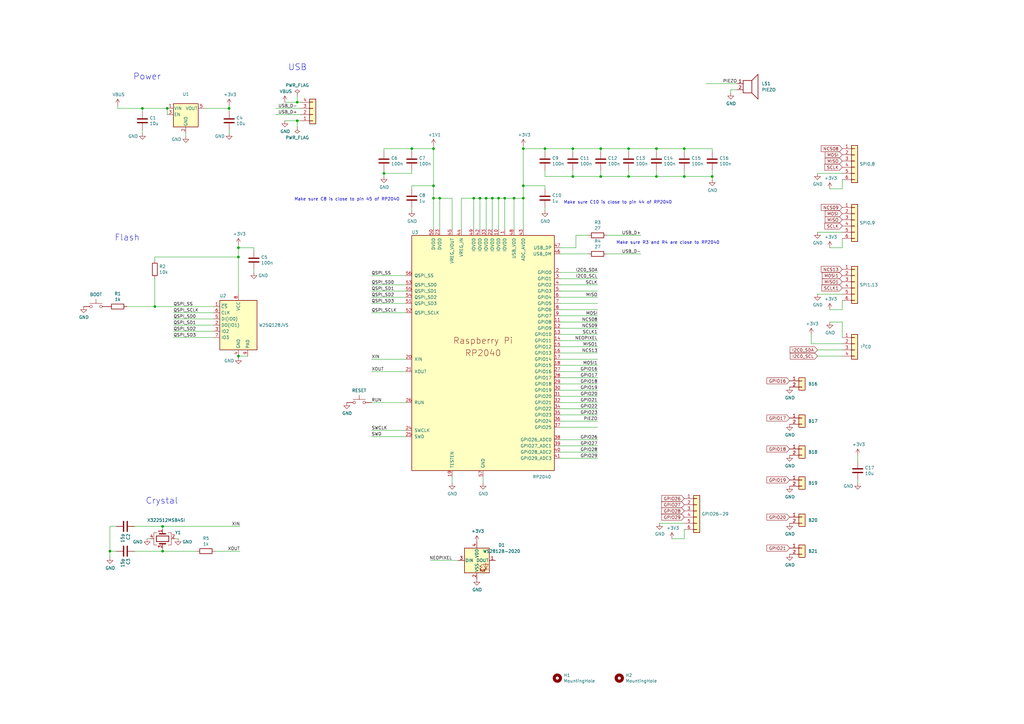
<source format=kicad_sch>
(kicad_sch (version 20231120) (generator "eeschema") (generator_version "8.0")
  (paper "A3")
  (title_block (title "RP2040 Minimal Design Example") (date "2024-01-16") (rev "REV2") (company "Raspberry Pi Ltd"))
  (lib_symbols
    (symbol "Connector_Generic:Conn_01x02" (pin_names (offset 1.016) hide)
      (property "Reference" "J" (at 0 2.54 0))
      (property "Value" "Conn_01x02" (at 0 -5.08 0))
      (symbol "Conn_01x02_1_1"
        (pin passive line (at -5.08 0 0) (length 3.81) (name "Pin_1") (number "1"))
        (pin passive line (at -5.08 -2.54 0) (length 3.81) (name "Pin_2") (number "2"))
      )
    )
    (symbol "Connector_Generic:Conn_01x04" (pin_names (offset 1.016) hide)
      (property "Reference" "J" (at 0 5.08 0))
      (property "Value" "Conn_01x04" (at 0 -7.62 0))
      (symbol "Conn_01x04_1_1"
        (pin passive line (at -5.08 2.54 0) (length 3.81) (name "Pin_1") (number "1"))
        (pin passive line (at -5.08 0 0) (length 3.81) (name "Pin_2") (number "2"))
        (pin passive line (at -5.08 -2.54 0) (length 3.81) (name "Pin_3") (number "3"))
        (pin passive line (at -5.08 -5.08 0) (length 3.81) (name "Pin_4") (number "4"))
      )
    )
    (symbol "Connector_Generic:Conn_01x06" (pin_names (offset 1.016) hide)
      (property "Reference" "J" (at 0 7.62 0))
      (property "Value" "Conn_01x06" (at 0 -10.16 0))
      (symbol "Conn_01x06_1_1"
        (pin passive line (at -5.08 5.08 0) (length 3.81) (name "Pin_1") (number "1"))
        (pin passive line (at -5.08 2.54 0) (length 3.81) (name "Pin_2") (number "2"))
        (pin passive line (at -5.08 0 0) (length 3.81) (name "Pin_3") (number "3"))
        (pin passive line (at -5.08 -2.54 0) (length 3.81) (name "Pin_4") (number "4"))
        (pin passive line (at -5.08 -5.08 0) (length 3.81) (name "Pin_5") (number "5"))
        (pin passive line (at -5.08 -7.62 0) (length 3.81) (name "Pin_6") (number "6"))
      )
    )
    (symbol "Device:C" (pin_numbers hide) (pin_names (offset 0.254))
      (property "Reference" "C" (at 0.635 2.54 0))
      (property "Value" "C" (at 0.635 -2.54 0))
      (symbol "C_1_1"
        (pin passive line (at 0 3.81 270) (length 2.794) (name "~") (number "1"))
        (pin passive line (at 0 -3.81 90) (length 2.794) (name "~") (number "2"))
      )
    )
    (symbol "Device:Crystal_GND24" (pin_names (offset 1.016) hide)
      (property "Reference" "Y" (at 3.175 5.08 0))
      (property "Value" "Crystal_GND24" (at 3.175 3.175 0))
      (symbol "Crystal_GND24_1_1"
        (pin passive line (at -3.81 0 0) (length 1.27) (name "1") (number "1"))
        (pin passive line (at 0 5.08 270) (length 1.27) (name "2") (number "2"))
        (pin passive line (at 3.81 0 180) (length 1.27) (name "3") (number "3"))
        (pin passive line (at 0 -5.08 90) (length 1.27) (name "4") (number "4"))
      )
    )
    (symbol "Device:R" (pin_numbers hide) (pin_names (offset 0))
      (property "Reference" "R" (at 2.032 0 90))
      (property "Value" "R" (at 0 0 90))
      (symbol "R_1_1"
        (pin passive line (at 0 3.81 270) (length 1.27) (name "~") (number "1"))
        (pin passive line (at 0 -3.81 90) (length 1.27) (name "~") (number "2"))
      )
    )
    (symbol "Device:Speaker" (pin_names (offset 0) hide)
      (property "Reference" "LS" (at 1.27 5.715 0))
      (property "Value" "Speaker" (at 1.27 3.81 0))
      (symbol "Speaker_1_1"
        (pin input line (at -5.08 0 0) (length 2.54) (name "1") (number "1"))
        (pin input line (at -5.08 -2.54 0) (length 2.54) (name "2") (number "2"))
      )
    )
    (symbol "LED:WS2812B-2020" (pin_names (offset 0.254))
      (property "Reference" "D" (at 5.08 5.715 0))
      (property "Value" "WS2812B-2020" (at 1.27 -5.715 0))
      (symbol "WS2812B-2020_0_0"
        (text "RGB" (at 2.286 -4.191 0) (effects (font (size 0.762 0.762))))
      )
      (symbol "WS2812B-2020_1_1"
        (pin output line (at 7.62 0 180) (length 2.54) (name "DOUT") (number "1"))
        (pin power_in line (at 0 -7.62 90) (length 2.54) (name "VSS") (number "2"))
        (pin input line (at -7.62 0 0) (length 2.54) (name "DIN") (number "3"))
        (pin power_in line (at 0 7.62 270) (length 2.54) (name "VDD") (number "4"))
      )
    )
    (symbol "MCU_RaspberryPi_RP2040:RP2040" (pin_names (offset 1.016))
      (property "Reference" "U" (at -29.21 49.53 0))
      (property "Value" "RP2040" (at 24.13 -49.53 0))
      (symbol "RP2040_0_0"
        (text "Raspberry Pi" (at 0 5.08 0) (effects (font (size 2.54 2.54))))
        (text "RP2040" (at 0 0 0) (effects (font (size 2.54 2.54))))
      )
      (symbol "RP2040_1_1"
        (pin power_in line (at 8.89 50.8 270) (length 2.54) (name "IOVDD") (number "1"))
        (pin power_in line (at 6.35 50.8 270) (length 2.54) (name "IOVDD") (number "10"))
        (pin bidirectional line (at 31.75 12.7 180) (length 2.54) (name "GPIO8") (number "11"))
        (pin bidirectional line (at 31.75 10.16 180) (length 2.54) (name "GPIO9") (number "12"))
        (pin bidirectional line (at 31.75 7.62 180) (length 2.54) (name "GPIO10") (number "13"))
        (pin bidirectional line (at 31.75 5.08 180) (length 2.54) (name "GPIO11") (number "14"))
        (pin bidirectional line (at 31.75 2.54 180) (length 2.54) (name "GPIO12") (number "15"))
        (pin bidirectional line (at 31.75 0 180) (length 2.54) (name "GPIO13") (number "16"))
        (pin bidirectional line (at 31.75 -2.54 180) (length 2.54) (name "GPIO14") (number "17"))
        (pin bidirectional line (at 31.75 -5.08 180) (length 2.54) (name "GPIO15") (number "18"))
        (pin passive line (at -12.7 -50.8 90) (length 2.54) (name "TESTEN") (number "19"))
        (pin bidirectional line (at 31.75 33.02 180) (length 2.54) (name "GPIO0") (number "2"))
        (pin input line (at -31.75 -2.54 0) (length 2.54) (name "XIN") (number "20"))
        (pin passive line (at -31.75 -7.62 0) (length 2.54) (name "XOUT") (number "21"))
        (pin power_in line (at 3.81 50.8 270) (length 2.54) (name "IOVDD") (number "22"))
        (pin power_in line (at -17.78 50.8 270) (length 2.54) (name "DVDD") (number "23"))
        (pin output line (at -31.75 -31.75 0) (length 2.54) (name "SWCLK") (number "24"))
        (pin bidirectional line (at -31.75 -34.29 0) (length 2.54) (name "SWD") (number "25"))
        (pin input line (at -31.75 -20.32 0) (length 2.54) (name "RUN") (number "26"))
        (pin bidirectional line (at 31.75 -7.62 180) (length 2.54) (name "GPIO16") (number "27"))
        (pin bidirectional line (at 31.75 -10.16 180) (length 2.54) (name "GPIO17") (number "28"))
        (pin bidirectional line (at 31.75 -12.7 180) (length 2.54) (name "GPIO18") (number "29"))
        (pin bidirectional line (at 31.75 30.48 180) (length 2.54) (name "GPIO1") (number "3"))
        (pin bidirectional line (at 31.75 -15.24 180) (length 2.54) (name "GPIO19") (number "30"))
        (pin bidirectional line (at 31.75 -17.78 180) (length 2.54) (name "GPIO20") (number "31"))
        (pin bidirectional line (at 31.75 -20.32 180) (length 2.54) (name "GPIO21") (number "32"))
        (pin power_in line (at 1.27 50.8 270) (length 2.54) (name "IOVDD") (number "33"))
        (pin bidirectional line (at 31.75 -22.86 180) (length 2.54) (name "GPIO22") (number "34"))
        (pin bidirectional line (at 31.75 -25.4 180) (length 2.54) (name "GPIO23") (number "35"))
        (pin bidirectional line (at 31.75 -27.94 180) (length 2.54) (name "GPIO24") (number "36"))
        (pin bidirectional line (at 31.75 -30.48 180) (length 2.54) (name "GPIO25") (number "37"))
        (pin bidirectional line (at 31.75 -35.56 180) (length 2.54) (name "GPIO26_ADC0") (number "38"))
        (pin bidirectional line (at 31.75 -38.1 180) (length 2.54) (name "GPIO27_ADC1") (number "39"))
        (pin bidirectional line (at 31.75 27.94 180) (length 2.54) (name "GPIO2") (number "4"))
        (pin bidirectional line (at 31.75 -40.64 180) (length 2.54) (name "GPIO28_ADC2") (number "40"))
        (pin bidirectional line (at 31.75 -43.18 180) (length 2.54) (name "GPIO29_ADC3") (number "41"))
        (pin power_in line (at -1.27 50.8 270) (length 2.54) (name "IOVDD") (number "42"))
        (pin power_in line (at 16.51 50.8 270) (length 2.54) (name "ADC_AVDD") (number "43"))
        (pin power_in line (at -8.89 50.8 270) (length 2.54) (name "VREG_IN") (number "44"))
        (pin power_out line (at -12.7 50.8 270) (length 2.54) (name "VREG_VOUT") (number "45"))
        (pin bidirectional line (at 31.75 40.64 180) (length 2.54) (name "USB_DM") (number "46"))
        (pin bidirectional line (at 31.75 43.18 180) (length 2.54) (name "USB_DP") (number "47"))
        (pin power_in line (at 12.7 50.8 270) (length 2.54) (name "USB_VDD") (number "48"))
        (pin power_in line (at -3.81 50.8 270) (length 2.54) (name "IOVDD") (number "49"))
        (pin bidirectional line (at 31.75 25.4 180) (length 2.54) (name "GPIO3") (number "5"))
        (pin power_in line (at -20.32 50.8 270) (length 2.54) (name "DVDD") (number "50"))
        (pin bidirectional line (at -31.75 20.32 0) (length 2.54) (name "QSPI_SD3") (number "51"))
        (pin output line (at -31.75 16.51 0) (length 2.54) (name "QSPI_SCLK") (number "52"))
        (pin bidirectional line (at -31.75 27.94 0) (length 2.54) (name "QSPI_SD0") (number "53"))
        (pin bidirectional line (at -31.75 22.86 0) (length 2.54) (name "QSPI_SD2") (number "54"))
        (pin bidirectional line (at -31.75 25.4 0) (length 2.54) (name "QSPI_SD1") (number "55"))
        (pin bidirectional line (at -31.75 31.75 0) (length 2.54) (name "QSPI_SS") (number "56"))
        (pin power_in line (at 0 -50.8 90) (length 2.54) (name "GND") (number "57"))
        (pin bidirectional line (at 31.75 22.86 180) (length 2.54) (name "GPIO4") (number "6"))
        (pin bidirectional line (at 31.75 20.32 180) (length 2.54) (name "GPIO5") (number "7"))
        (pin bidirectional line (at 31.75 17.78 180) (length 2.54) (name "GPIO6") (number "8"))
        (pin bidirectional line (at 31.75 15.24 180) (length 2.54) (name "GPIO7") (number "9"))
      )
    )
    (symbol "Mechanical:MountingHole" (pin_names (offset 1.016)) (exclude_from_sim yes) (in_bom no)
      (property "Reference" "H" (at 0 5.08 0))
      (property "Value" "MountingHole" (at 0 3.175 0))
    )
    (symbol "Memory_Flash:W25Q128JVP"
      (property "Reference" "U2" (at -6.35 12.065 0))
      (property "Value" "W25Q128JVS" (at 8.89 -12.065 0))
      (symbol "W25Q128JVP_1_1"
        (pin input line (at -10.16 7.62 0) (length 2.54) (name "~{CS}") (number "1"))
        (pin bidirectional line (at -10.16 0 0) (length 2.54) (name "DO(IO1)") (number "2"))
        (pin bidirectional line (at -10.16 -2.54 0) (length 2.54) (name "IO2") (number "3"))
        (pin power_in line (at 0 -12.7 90) (length 2.54) (name "GND") (number "4"))
        (pin bidirectional line (at -10.16 2.54 0) (length 2.54) (name "DI(IO0)") (number "5"))
        (pin input line (at -10.16 5.08 0) (length 2.54) (name "CLK") (number "6"))
        (pin bidirectional line (at -10.16 -5.08 0) (length 2.54) (name "IO3") (number "7"))
        (pin power_in line (at 0 12.7 270) (length 2.54) (name "VCC") (number "8"))
        (pin power_in line (at 3.81 -12.7 90) (length 2.54) (name "PAD") (number "9"))
      )
    )
    (symbol "PMW3360-rescue:+3V3-power" (power) (pin_names (offset 0))
      (property "Value" "power_+3V3" (at 0 3.556 0))
      (symbol "+3V3-power_1_1"
        (pin power_in line (at 0 0 90) (length 0) hide (name "+3V3") (number "1"))
      )
    )
    (symbol "PMW3360-rescue:GND-power" (power) (pin_names (offset 0))
      (property "Value" "power_GND" (at 0 -3.81 0))
      (symbol "GND-power_1_1"
        (pin power_in line (at 0 0 270) (length 0) hide (name "GND") (number "1"))
      )
    )
    (symbol "Regulator_Linear:AP2112K-3.3" (pin_names (offset 0.254))
      (property "Reference" "U" (at -5.08 5.715 0))
      (property "Value" "AP2112K-3.3" (at 0 5.715 0))
      (symbol "AP2112K-3.3_1_1"
        (pin power_in line (at -7.62 2.54 0) (length 2.54) (name "VIN") (number "1"))
        (pin power_in line (at 0 -7.62 90) (length 2.54) (name "GND") (number "2"))
        (pin input line (at -7.62 0 0) (length 2.54) (name "EN") (number "3"))
        (pin no_connect line (at 5.08 0 180) (length 2.54) hide (name "NC") (number "4"))
        (pin power_out line (at 7.62 2.54 180) (length 2.54) (name "VOUT") (number "5"))
      )
    )
    (symbol "Switch:SW_Push" (pin_numbers hide) (pin_names (offset 1.016) hide)
      (property "Reference" "SW" (at 1.27 2.54 0))
      (property "Value" "SW_Push" (at 0 -1.524 0))
      (symbol "SW_Push_0_1"
        (pin passive line (at -5.08 0 0) (length 2.54) (name "1") (number "1"))
        (pin passive line (at 5.08 0 180) (length 2.54) (name "2") (number "2"))
      )
    )
    (symbol "Trackball-rescue:+5V-power" (power) (pin_names (offset 0))
      (property "Value" "power_+5V" (at 0 3.556 0))
      (symbol "+5V-power_1_1"
        (pin power_in line (at 0 0 90) (length 0) hide (name "+5V") (number "1"))
      )
    )
    (symbol "Trackball-rescue:GND-power" (power) (pin_names (offset 0))
      (property "Value" "power_GND" (at 0 -3.81 0))
      (symbol "GND-power_1_1"
        (pin power_in line (at 0 0 270) (length 0) hide (name "GND") (number "1"))
      )
    )
    (symbol "Trackball-rescue:PWR_FLAG-power" (power) (pin_numbers hide) (pin_names (offset 0) hide)
      (property "Value" "power_PWR_FLAG" (at 0 3.81 0))
      (symbol "PWR_FLAG-power_0_0"
        (pin power_out line (at 0 0 90) (length 0) (name "pwr") (number "1"))
      )
    )
    (symbol "power:+1V1" (power) (pin_names (offset 0))
      (property "Value" "+1V1" (at 0 3.556 0))
      (symbol "+1V1_1_1"
        (pin power_in line (at 0 0 90) (length 0) hide (name "+1V1") (number "1"))
      )
    )
    (symbol "power:+3V3" (power) (pin_names (offset 0))
      (property "Value" "+3V3" (at 0 3.556 0))
      (symbol "+3V3_1_1"
        (pin power_in line (at 0 0 90) (length 0) hide (name "+3V3") (number "1"))
      )
    )
    (symbol "power:GND" (power) (pin_names (offset 0))
      (property "Value" "GND" (at 0 -3.81 0))
      (symbol "GND_1_1"
        (pin power_in line (at 0 0 270) (length 0) hide (name "GND") (number "1"))
      )
    )
    (symbol "power:VBUS" (power) (pin_names (offset 0))
      (property "Value" "VBUS" (at 0 3.81 0))
      (symbol "VBUS_1_1"
        (pin power_in line (at 0 0 90) (length 0) hide (name "VBUS") (number "1"))
      )
    )
  )
  (junction (at 201.93 81.28))
  (junction (at 199.39 81.28))
  (junction (at 121.92 49.53))
  (junction (at 97.79 105.41))
  (junction (at 177.8 76.2))
  (junction (at 214.63 76.2))
  (junction (at 168.91 60.96))
  (junction (at 45.085 226.06))
  (junction (at 223.52 60.96))
  (junction (at 246.38 72.39))
  (junction (at 257.81 60.96))
  (junction (at 97.79 146.05))
  (junction (at 66.675 215.9))
  (junction (at 246.38 60.96))
  (junction (at 177.8 81.28))
  (junction (at 180.34 81.28))
  (junction (at 204.47 81.28))
  (junction (at 157.48 71.12))
  (junction (at 93.98 44.45))
  (junction (at 68.58 44.45))
  (junction (at 280.67 60.96))
  (junction (at 292.1 72.39))
  (junction (at 66.675 226.06))
  (junction (at 257.81 72.39))
  (junction (at 97.79 101.6))
  (junction (at 177.8 60.96))
  (junction (at 234.95 72.39))
  (junction (at 269.24 72.39))
  (junction (at 207.01 81.28))
  (junction (at 214.63 81.28))
  (junction (at 63.5 125.73))
  (junction (at 121.92 41.91))
  (junction (at 58.42 44.45))
  (junction (at 196.85 81.28))
  (junction (at 214.63 60.96))
  (junction (at 194.31 81.28))
  (junction (at 269.24 60.96))
  (junction (at 280.67 72.39))
  (junction (at 210.82 81.28))
  (junction (at 234.95 60.96))
  (wire (pts (xy 177.8 81.28) (xy 177.8 93.98)))
  (wire (pts (xy 229.87 137.16) (xy 245.11 137.16)))
  (wire (pts (xy 97.79 146.05) (xy 101.6 146.05)))
  (wire (pts (xy 157.48 71.12) (xy 168.91 71.12)))
  (wire (pts (xy 289.56 34.29) (xy 302.26 34.29)))
  (wire (pts (xy 236.22 96.52) (xy 236.22 101.6)))
  (wire (pts (xy 332.74 140.97) (xy 345.44 140.97)))
  (wire (pts (xy 48.26 44.45) (xy 58.42 44.45)))
  (wire (pts (xy 246.38 60.96) (xy 257.81 60.96)))
  (wire (pts (xy 113.03 44.45) (xy 123.19 44.45)))
  (wire (pts (xy 207.01 81.28) (xy 210.82 81.28)))
  (wire (pts (xy 351.79 196.85) (xy 351.79 198.12)))
  (wire (pts (xy 87.63 138.43) (xy 71.12 138.43)))
  (wire (pts (xy 246.38 62.23) (xy 246.38 60.96)))
  (wire (pts (xy 177.8 59.69) (xy 177.8 60.96)))
  (wire (pts (xy 229.87 149.86) (xy 245.11 149.86)))
  (wire (pts (xy 176.53 229.87) (xy 187.96 229.87)))
  (wire (pts (xy 97.79 101.6) (xy 97.79 105.41)))
  (wire (pts (xy 58.42 53.34) (xy 58.42 54.61)))
  (wire (pts (xy 229.87 175.26) (xy 245.11 175.26)))
  (wire (pts (xy 194.31 81.28) (xy 196.85 81.28)))
  (wire (pts (xy 229.87 170.18) (xy 245.11 170.18)))
  (wire (pts (xy 48.26 43.18) (xy 48.26 44.45)))
  (wire (pts (xy 229.87 104.14) (xy 241.3 104.14)))
  (wire (pts (xy 121.92 41.91) (xy 123.19 41.91)))
  (wire (pts (xy 229.87 111.76) (xy 245.11 111.76)))
  (wire (pts (xy 71.12 128.27) (xy 87.63 128.27)))
  (wire (pts (xy 97.79 100.33) (xy 97.79 101.6)))
  (wire (pts (xy 248.92 96.52) (xy 262.89 96.52)))
  (wire (pts (xy 185.42 93.98) (xy 185.42 81.28)))
  (wire (pts (xy 246.38 69.85) (xy 246.38 72.39)))
  (wire (pts (xy 229.87 116.84) (xy 245.11 116.84)))
  (wire (pts (xy 58.42 45.72) (xy 58.42 44.45)))
  (wire (pts (xy 177.8 76.2) (xy 177.8 81.28)))
  (wire (pts (xy 60.325 220.98) (xy 61.595 220.98)))
  (wire (pts (xy 189.23 81.28) (xy 194.31 81.28)))
  (wire (pts (xy 280.67 217.17) (xy 280.67 220.98)))
  (wire (pts (xy 157.48 60.96) (xy 168.91 60.96)))
  (wire (pts (xy 229.87 185.42) (xy 245.11 185.42)))
  (wire (pts (xy 63.5 114.3) (xy 63.5 125.73)))
  (wire (pts (xy 121.92 39.37) (xy 121.92 41.91)))
  (wire (pts (xy 157.48 69.85) (xy 157.48 71.12)))
  (wire (pts (xy 345.44 97.79) (xy 345.44 101.6)))
  (wire (pts (xy 71.755 220.98) (xy 73.025 220.98)))
  (wire (pts (xy 152.4 124.46) (xy 166.37 124.46)))
  (wire (pts (xy 55.245 215.9) (xy 66.675 215.9)))
  (wire (pts (xy 335.28 71.12) (xy 345.44 71.12)))
  (wire (pts (xy 93.98 45.72) (xy 93.98 44.45)))
  (wire (pts (xy 214.63 81.28) (xy 214.63 93.98)))
  (wire (pts (xy 168.91 60.96) (xy 177.8 60.96)))
  (wire (pts (xy 345.44 132.08) (xy 340.36 132.08)))
  (wire (pts (xy 214.63 76.2) (xy 223.52 76.2)))
  (wire (pts (xy 97.79 146.685) (xy 97.79 146.05)))
  (wire (pts (xy 340.36 101.6) (xy 345.44 101.6)))
  (wire (pts (xy 335.28 146.05) (xy 345.44 146.05)))
  (wire (pts (xy 199.39 93.98) (xy 199.39 81.28)))
  (wire (pts (xy 177.8 60.96) (xy 177.8 76.2)))
  (wire (pts (xy 210.82 81.28) (xy 214.63 81.28)))
  (wire (pts (xy 152.4 119.38) (xy 166.37 119.38)))
  (wire (pts (xy 166.37 165.1) (xy 152.4 165.1)))
  (wire (pts (xy 68.58 44.45) (xy 68.58 46.99)))
  (wire (pts (xy 269.24 62.23) (xy 269.24 60.96)))
  (wire (pts (xy 196.85 81.28) (xy 199.39 81.28)))
  (wire (pts (xy 87.63 133.35) (xy 71.12 133.35)))
  (wire (pts (xy 332.74 140.97) (xy 332.74 137.16)))
  (wire (pts (xy 223.52 62.23) (xy 223.52 60.96)))
  (wire (pts (xy 340.36 77.47) (xy 345.44 77.47)))
  (wire (pts (xy 214.63 60.96) (xy 223.52 60.96)))
  (wire (pts (xy 104.14 101.6) (xy 97.79 101.6)))
  (wire (pts (xy 121.92 49.53) (xy 123.19 49.53)))
  (wire (pts (xy 207.01 81.28) (xy 207.01 93.98)))
  (wire (pts (xy 196.85 93.98) (xy 196.85 81.28)))
  (wire (pts (xy 66.675 224.79) (xy 66.675 226.06)))
  (wire (pts (xy 45.085 226.06) (xy 45.085 228.6)))
  (wire (pts (xy 229.87 101.6) (xy 236.22 101.6)))
  (wire (pts (xy 275.59 220.98) (xy 280.67 220.98)))
  (wire (pts (xy 214.63 60.96) (xy 214.63 76.2)))
  (wire (pts (xy 76.2 54.61) (xy 76.2 55.88)))
  (wire (pts (xy 166.37 152.4) (xy 152.4 152.4)))
  (wire (pts (xy 166.37 113.03) (xy 152.4 113.03)))
  (wire (pts (xy 269.24 60.96) (xy 280.67 60.96)))
  (wire (pts (xy 292.1 69.85) (xy 292.1 72.39)))
  (wire (pts (xy 88.265 226.06) (xy 98.425 226.06)))
  (wire (pts (xy 340.36 127) (xy 345.44 127)))
  (wire (pts (xy 83.82 44.45) (xy 93.98 44.45)))
  (wire (pts (xy 229.87 147.32) (xy 245.11 147.32)))
  (wire (pts (xy 229.87 127) (xy 245.11 127)))
  (wire (pts (xy 168.91 71.12) (xy 168.91 69.85)))
  (wire (pts (xy 234.95 62.23) (xy 234.95 60.96)))
  (wire (pts (xy 234.95 72.39) (xy 223.52 72.39)))
  (wire (pts (xy 229.87 180.34) (xy 245.11 180.34)))
  (wire (pts (xy 214.63 76.2) (xy 214.63 81.28)))
  (wire (pts (xy 214.63 59.69) (xy 214.63 60.96)))
  (wire (pts (xy 302.26 36.83) (xy 299.72 36.83)))
  (wire (pts (xy 229.87 129.54) (xy 245.11 129.54)))
  (wire (pts (xy 168.91 77.47) (xy 168.91 76.2)))
  (wire (pts (xy 87.63 135.89) (xy 71.12 135.89)))
  (wire (pts (xy 234.95 60.96) (xy 246.38 60.96)))
  (wire (pts (xy 52.07 125.73) (xy 63.5 125.73)))
  (wire (pts (xy 229.87 187.96) (xy 245.11 187.96)))
  (wire (pts (xy 335.28 143.51) (xy 345.44 143.51)))
  (wire (pts (xy 234.95 69.85) (xy 234.95 72.39)))
  (wire (pts (xy 180.34 93.98) (xy 180.34 81.28)))
  (wire (pts (xy 280.67 72.39) (xy 292.1 72.39)))
  (wire (pts (xy 116.84 49.53) (xy 121.92 49.53)))
  (wire (pts (xy 68.58 44.45) (xy 58.42 44.45)))
  (wire (pts (xy 269.24 69.85) (xy 269.24 72.39)))
  (wire (pts (xy 223.52 60.96) (xy 234.95 60.96)))
  (wire (pts (xy 223.52 85.09) (xy 223.52 86.36)))
  (wire (pts (xy 229.87 132.08) (xy 245.11 132.08)))
  (wire (pts (xy 204.47 93.98) (xy 204.47 81.28)))
  (wire (pts (xy 55.245 226.06) (xy 66.675 226.06)))
  (wire (pts (xy 47.625 226.06) (xy 45.085 226.06)))
  (wire (pts (xy 66.675 226.06) (xy 80.645 226.06)))
  (wire (pts (xy 229.87 119.38) (xy 245.11 119.38)))
  (wire (pts (xy 292.1 62.23) (xy 292.1 60.96)))
  (wire (pts (xy 166.37 179.07) (xy 152.4 179.07)))
  (wire (pts (xy 199.39 81.28) (xy 201.93 81.28)))
  (wire (pts (xy 292.1 72.39) (xy 292.1 73.66)))
  (wire (pts (xy 351.79 186.69) (xy 351.79 189.23)))
  (wire (pts (xy 229.87 157.48) (xy 245.11 157.48)))
  (wire (pts (xy 166.37 128.27) (xy 152.4 128.27)))
  (wire (pts (xy 113.03 46.99) (xy 123.19 46.99)))
  (wire (pts (xy 198.12 195.58) (xy 198.12 198.12)))
  (wire (pts (xy 345.44 138.43) (xy 345.44 132.08)))
  (wire (pts (xy 168.91 76.2) (xy 177.8 76.2)))
  (wire (pts (xy 229.87 154.94) (xy 245.11 154.94)))
  (wire (pts (xy 87.63 130.81) (xy 71.12 130.81)))
  (wire (pts (xy 246.38 72.39) (xy 234.95 72.39)))
  (wire (pts (xy 223.52 69.85) (xy 223.52 72.39)))
  (wire (pts (xy 185.42 195.58) (xy 185.42 198.12)))
  (wire (pts (xy 229.87 160.02) (xy 245.11 160.02)))
  (wire (pts (xy 47.625 215.9) (xy 45.085 215.9)))
  (wire (pts (xy 229.87 139.7) (xy 245.11 139.7)))
  (wire (pts (xy 229.87 165.1) (xy 245.11 165.1)))
  (wire (pts (xy 180.34 81.28) (xy 177.8 81.28)))
  (wire (pts (xy 248.92 104.14) (xy 262.89 104.14)))
  (wire (pts (xy 229.87 144.78) (xy 245.11 144.78)))
  (wire (pts (xy 280.67 72.39) (xy 269.24 72.39)))
  (wire (pts (xy 270.51 214.63) (xy 280.67 214.63)))
  (wire (pts (xy 45.085 215.9) (xy 45.085 226.06)))
  (wire (pts (xy 66.675 217.17) (xy 66.675 215.9)))
  (wire (pts (xy 152.4 116.84) (xy 166.37 116.84)))
  (wire (pts (xy 335.28 120.65) (xy 345.44 120.65)))
  (wire (pts (xy 201.93 81.28) (xy 204.47 81.28)))
  (wire (pts (xy 229.87 134.62) (xy 245.11 134.62)))
  (wire (pts (xy 229.87 152.4) (xy 245.11 152.4)))
  (wire (pts (xy 157.48 62.23) (xy 157.48 60.96)))
  (wire (pts (xy 236.22 96.52) (xy 241.3 96.52)))
  (wire (pts (xy 104.14 110.49) (xy 104.14 111.76)))
  (wire (pts (xy 157.48 71.12) (xy 157.48 72.39)))
  (wire (pts (xy 280.67 69.85) (xy 280.67 72.39)))
  (wire (pts (xy 152.4 147.32) (xy 166.37 147.32)))
  (wire (pts (xy 229.87 142.24) (xy 245.11 142.24)))
  (wire (pts (xy 257.81 60.96) (xy 269.24 60.96)))
  (wire (pts (xy 223.52 77.47) (xy 223.52 76.2)))
  (wire (pts (xy 152.4 121.92) (xy 166.37 121.92)))
  (wire (pts (xy 116.84 41.91) (xy 121.92 41.91)))
  (wire (pts (xy 229.87 124.46) (xy 245.11 124.46)))
  (wire (pts (xy 229.87 167.64) (xy 245.11 167.64)))
  (wire (pts (xy 229.87 114.3) (xy 245.11 114.3)))
  (wire (pts (xy 257.81 72.39) (xy 246.38 72.39)))
  (wire (pts (xy 104.14 102.87) (xy 104.14 101.6)))
  (wire (pts (xy 269.24 72.39) (xy 257.81 72.39)))
  (wire (pts (xy 204.47 81.28) (xy 207.01 81.28)))
  (wire (pts (xy 63.5 125.73) (xy 87.63 125.73)))
  (wire (pts (xy 194.31 93.98) (xy 194.31 81.28)))
  (wire (pts (xy 335.28 95.25) (xy 345.44 95.25)))
  (wire (pts (xy 201.93 93.98) (xy 201.93 81.28)))
  (wire (pts (xy 168.91 62.23) (xy 168.91 60.96)))
  (wire (pts (xy 185.42 81.28) (xy 180.34 81.28)))
  (wire (pts (xy 280.67 60.96) (xy 292.1 60.96)))
  (wire (pts (xy 345.44 123.19) (xy 345.44 127)))
  (wire (pts (xy 280.67 62.23) (xy 280.67 60.96)))
  (wire (pts (xy 257.81 69.85) (xy 257.81 72.39)))
  (wire (pts (xy 229.87 162.56) (xy 245.11 162.56)))
  (wire (pts (xy 229.87 172.72) (xy 245.11 172.72)))
  (wire (pts (xy 210.82 93.98) (xy 210.82 81.28)))
  (wire (pts (xy 299.72 36.83) (xy 299.72 38.1)))
  (wire (pts (xy 257.81 62.23) (xy 257.81 60.96)))
  (wire (pts (xy 121.92 52.07) (xy 121.92 49.53)))
  (wire (pts (xy 166.37 176.53) (xy 152.4 176.53)))
  (wire (pts (xy 189.23 93.98) (xy 189.23 81.28)))
  (wire (pts (xy 168.91 85.09) (xy 168.91 86.36)))
  (wire (pts (xy 345.44 73.66) (xy 345.44 77.47)))
  (wire (pts (xy 93.98 53.34) (xy 93.98 54.61)))
  (wire (pts (xy 63.5 106.68) (xy 63.5 105.41)))
  (wire (pts (xy 63.5 105.41) (xy 97.79 105.41)))
  (wire (pts (xy 93.98 44.45) (xy 93.98 43.18)))
  (wire (pts (xy 229.87 182.88) (xy 245.11 182.88)))
  (wire (pts (xy 229.87 121.92) (xy 245.11 121.92)))
  (wire (pts (xy 97.79 105.41) (xy 97.79 120.65)))
  (wire (pts (xy 66.675 215.9) (xy 98.425 215.9)))
  (text "Power" (at 54.61 33.02 0) (effects (font (size 2.54 2.54)) (justify left bottom)))
  (text "Crystal" (at 59.69 207.01 0) (effects (font (size 2.54 2.54)) (justify left bottom)))
  (text "Make sure C8 is close to pin 45 of RP2040" (at 120.65 82.55 0) (effects (font (size 1.27 1.27)) (justify left bottom)))
  (text "Make sure C10 is close to pin 44 of RP2040" (at 231.14 83.82 0) (effects (font (size 1.27 1.27)) (justify left bottom)))
  (text "USB" (at 118.11 29.21 0) (effects (font (size 2.54 2.54)) (justify left bottom)))
  (text "Make sure R3 and R4 are close to RP2040" (at 252.73 100.33 0) (effects (font (size 1.27 1.27)) (justify left bottom)))
  (text "Flash" (at 46.99 99.06 0) (effects (font (size 2.54 2.54)) (justify left bottom)))
  (label "XOUT" (at 98.425 226.06 180))
  (label "NEOPIXEL" (at 245.11 139.7 180))
  (label "QSPI_SS" (at 71.12 125.73 0))
  (label "QSPI_SD3" (at 71.12 138.43 0))
  (label "QSPI_SD2" (at 152.4 121.92 0))
  (label "USB_D-" (at 121.92 44.45 180))
  (label "USB_D-" (at 262.89 104.14 180))
  (label "MISO" (at 245.11 121.92 180))
  (label "RUN" (at 152.4 165.1 0))
  (label "XOUT" (at 152.4 152.4 0))
  (label "GPIO26" (at 245.11 180.34 180))
  (label "QSPI_SD1" (at 152.4 119.38 0))
  (label "NCS13" (at 245.11 144.78 180))
  (label "GPIO20" (at 245.11 162.56 180))
  (label "USB_D+" (at 262.89 96.52 180))
  (label "USB_D+" (at 121.92 46.99 180))
  (label "GPIO27" (at 245.11 182.88 180))
  (label "SWD" (at 152.4 179.07 0))
  (label "QSPI_SD1" (at 71.12 133.35 0))
  (label "QSPI_SD3" (at 152.4 124.46 0))
  (label "MOSI" (at 245.11 129.54 180))
  (label "PIEZO" (at 245.11 172.72 180))
  (label "NEOPIXEL" (at 185.42 229.87 180))
  (label "I2C0_SCL" (at 245.11 114.3 180))
  (label "XIN" (at 98.425 215.9 180))
  (label "SCLK" (at 245.11 116.84 180))
  (label "SCLK1" (at 245.11 137.16 180))
  (label "GPIO22" (at 245.11 167.64 180))
  (label "SWCLK" (at 152.4 176.53 0))
  (label "GPIO19" (at 245.11 160.02 180))
  (label "MOSI1" (at 245.11 149.86 180))
  (label "GPIO29" (at 245.11 187.96 180))
  (label "QSPI_SCLK" (at 152.4 128.27 0))
  (label "PIEZO" (at 302.26 34.29 180))
  (label "GPIO16" (at 245.11 152.4 180))
  (label "QSPI_SD0" (at 152.4 116.84 0))
  (label "MISO1" (at 245.11 142.24 180))
  (label "QSPI_SS" (at 152.4 113.03 0))
  (label "QSPI_SD2" (at 71.12 135.89 0))
  (label "GPIO28" (at 245.11 185.42 180))
  (label "GPIO17" (at 245.11 154.94 180))
  (label "QSPI_SD0" (at 71.12 130.81 0))
  (label "GPIO23" (at 245.11 170.18 180))
  (label "GPIO21" (at 245.11 165.1 180))
  (label "QSPI_SCLK" (at 71.12 128.27 0))
  (label "NCS09" (at 245.11 134.62 180))
  (label "GPIO18" (at 245.11 157.48 180))
  (label "I2C0_SDA" (at 245.11 111.76 180))
  (label "XIN" (at 152.4 147.32 0))
  (label "NCS08" (at 245.11 132.08 180))
  (global_label "GPIO18" (shape input) (at 323.85 184.15 180) (property "Intersheetrefs" "${INTERSHEET_REFS}" (effects (hide yes))))
  (global_label "MOSI" (shape input) (at 345.44 87.63 180) (property "Intersheetrefs" "${INTERSHEET_REFS}" (effects (hide yes))))
  (global_label "MOSI1" (shape input) (at 345.44 113.03 180) (property "Intersheetrefs" "${INTERSHEET_REFS}" (effects (hide yes))))
  (global_label "NCS13" (shape input) (at 345.44 110.49 180) (property "Intersheetrefs" "${INTERSHEET_REFS}" (effects (hide yes))))
  (global_label "GPIO27" (shape input) (at 280.67 207.01 180) (property "Intersheetrefs" "${INTERSHEET_REFS}" (effects (hide yes))))
  (global_label "NCS09" (shape input) (at 345.44 85.09 180) (property "Intersheetrefs" "${INTERSHEET_REFS}" (effects (hide yes))))
  (global_label "MISO1" (shape input) (at 345.44 115.57 180) (property "Intersheetrefs" "${INTERSHEET_REFS}" (effects (hide yes))))
  (global_label "GPIO16" (shape input) (at 323.85 156.21 180) (property "Intersheetrefs" "${INTERSHEET_REFS}" (effects (hide yes))))
  (global_label "GPIO20" (shape input) (at 323.85 212.09 180) (property "Intersheetrefs" "${INTERSHEET_REFS}" (effects (hide yes))))
  (global_label "GPIO26" (shape input) (at 280.67 204.47 180) (property "Intersheetrefs" "${INTERSHEET_REFS}" (effects (hide yes))))
  (global_label "MOSI" (shape input) (at 345.44 63.5 180) (property "Intersheetrefs" "${INTERSHEET_REFS}" (effects (hide yes))))
  (global_label "MISO" (shape input) (at 345.44 66.04 180) (property "Intersheetrefs" "${INTERSHEET_REFS}" (effects (hide yes))))
  (global_label "NCS08" (shape input) (at 345.44 60.96 180) (property "Intersheetrefs" "${INTERSHEET_REFS}" (effects (hide yes))))
  (global_label "MISO" (shape input) (at 345.44 90.17 180) (property "Intersheetrefs" "${INTERSHEET_REFS}" (effects (hide yes))))
  (global_label "SCLK" (shape input) (at 345.44 68.58 180) (property "Intersheetrefs" "${INTERSHEET_REFS}" (effects (hide yes))))
  (global_label "SCLK1" (shape input) (at 345.44 118.11 180) (property "Intersheetrefs" "${INTERSHEET_REFS}" (effects (hide yes))))
  (global_label "GPIO29" (shape input) (at 280.67 212.09 180) (property "Intersheetrefs" "${INTERSHEET_REFS}" (effects (hide yes))))
  (global_label "SCLK" (shape input) (at 345.44 92.71 180) (property "Intersheetrefs" "${INTERSHEET_REFS}" (effects (hide yes))))
  (global_label "I2C0_SCL" (shape input) (at 335.28 146.05 180) (property "Intersheetrefs" "${INTERSHEET_REFS}" (effects (hide yes))))
  (global_label "GPIO21" (shape input) (at 323.85 224.79 180) (property "Intersheetrefs" "${INTERSHEET_REFS}" (effects (hide yes))))
  (global_label "GPIO19" (shape input) (at 323.85 196.85 180) (property "Intersheetrefs" "${INTERSHEET_REFS}" (effects (hide yes))))
  (global_label "I2C0_SDA" (shape input) (at 335.28 143.51 180) (property "Intersheetrefs" "${INTERSHEET_REFS}" (effects (hide yes))))
  (global_label "GPIO17" (shape input) (at 323.85 171.45 180) (property "Intersheetrefs" "${INTERSHEET_REFS}" (effects (hide yes))))
  (global_label "GPIO28" (shape input) (at 280.67 209.55 180) (property "Intersheetrefs" "${INTERSHEET_REFS}" (effects (hide yes))))
  (symbol (lib_id "MCU_RaspberryPi_RP2040:RP2040") (at 198.12 144.78 0) (unit 1)
    (property "Reference" "U3" (at 170.18 95.25 0))
    (property "Value" "RP2040" (at 222.25 195.58 0))
    (property "Footprint" "RP2040_minimal:RP2040-QFN-56" (effects (hide yes)))
    (property "LCSC" "C2040" (effects (hide yes)))
  )
  (symbol (lib_id "Memory_Flash:W25Q128JVP") (at 97.79 133.35 0) (unit 1)
    (property "Reference" "U2" (at 91.44 121.285 0))
    (property "Value" "W25Q128JVS" (at 112.268 133.35 0))
    (property "Footprint" "RP2040_minimal:WSON-8-1EP_6x5mm_P1.27mm_EP3.4x4.3mm" (effects (hide yes)))
    (property "Datasheet" "https://www.winbond.com/resource-files/w25q128jv_dtr%20revc%2003272018%20plus.pdf" (effects (hide yes)))
    (property "Description" "128Mb Serial Flash Memory, Standard/Dual/Quad SPI, WSON-8" (effects (hide yes)))
    (property "LCSC" "C190862" (effects (hide yes)))
  )
  (symbol (lib_id "power:+3V3") (at 97.79 100.33 0) (unit 1)
    (property "Reference" "#PWR07" (effects (hide yes)))
    (property "Value" "+3V3" (at 98.171 95.9358 0))
  )
  (symbol (lib_id "power:GND") (at 97.79 146.685 0) (unit 1)
    (property "Reference" "#PWR08" (effects (hide yes)))
    (property "Value" "GND" (at 93.98 147.955 0))
  )
  (symbol (lib_id "Device:R") (at 63.5 110.49 0) (unit 1)
    (property "Reference" "R2" (at 65.278 109.3216 0) (effects (justify left)))
    (property "Value" "10k" (at 65.278 111.633 0) (effects (justify left)))
    (property "Footprint" "Resistor_SMD:R_0402_1005Metric" (effects (hide yes)))
    (property "LCSC" "C25744" (effects (hide yes)))
  )
  (symbol (lib_id "Device:R") (at 48.26 125.73 270) (unit 1)
    (property "Reference" "R1" (at 48.26 120.4722 90))
    (property "Value" "1k" (at 48.26 122.7836 90))
    (property "Footprint" "Resistor_SMD:R_0402_1005Metric" (effects (hide yes)))
    (property "LCSC" "C11702" (effects (hide yes)))
  )
  (symbol (lib_id "Device:C") (at 104.14 106.68 0) (unit 1)
    (property "Reference" "C5" (at 107.061 105.5116 0) (effects (justify left)))
    (property "Value" "100n" (at 107.061 107.823 0) (effects (justify left)))
    (property "Footprint" "Capacitor_SMD:C_0402_1005Metric" (effects (hide yes)))
    (property "LCSC" "C126504" (effects (hide yes)))
  )
  (symbol (lib_id "power:GND") (at 104.14 111.76 0) (unit 1)
    (property "Reference" "#PWR011" (effects (hide yes)))
    (property "Value" "GND" (at 107.95 113.03 0))
  )
  (symbol (lib_id "power:GND") (at 198.12 198.12 0) (unit 1)
    (property "Reference" "#PWR016" (effects (hide yes)))
    (property "Value" "GND" (at 198.247 202.5142 0))
  )
  (symbol (lib_id "power:GND") (at 185.42 198.12 0) (unit 1)
    (property "Reference" "#PWR015" (effects (hide yes)))
    (property "Value" "GND" (at 185.547 202.5142 0))
  )
  (symbol (lib_id "Device:R") (at 245.11 96.52 270) (unit 1)
    (property "Reference" "R3" (at 245.11 91.2622 90))
    (property "Value" "27" (at 245.11 93.5736 90))
    (property "Footprint" "Resistor_SMD:R_0402_1005Metric" (effects (hide yes)))
    (property "LCSC" "C274349" (effects (hide yes)))
  )
  (symbol (lib_id "Device:R") (at 245.11 104.14 270) (unit 1)
    (property "Reference" "R4" (at 245.11 98.8822 90))
    (property "Value" "27" (at 245.11 101.1936 90))
    (property "Footprint" "Resistor_SMD:R_0402_1005Metric" (effects (hide yes)))
    (property "LCSC" "C274349" (effects (hide yes)))
  )
  (symbol (lib_id "power:+3V3") (at 214.63 59.69 0) (unit 1)
    (property "Reference" "#PWR017" (effects (hide yes)))
    (property "Value" "+3V3" (at 215.011 55.2958 0))
  )
  (symbol (lib_id "power:+1V1") (at 177.8 59.69 0) (unit 1)
    (property "Reference" "#PWR014" (effects (hide yes)))
    (property "Value" "+1V1" (at 178.181 55.2958 0))
  )
  (symbol (lib_id "Device:C") (at 223.52 66.04 0) (unit 1)
    (property "Reference" "C9" (at 226.441 64.8716 0) (effects (justify left)))
    (property "Value" "100n" (at 226.441 67.183 0) (effects (justify left)))
    (property "Footprint" "Capacitor_SMD:C_0402_1005Metric" (effects (hide yes)))
    (property "LCSC" "C126504" (effects (hide yes)))
  )
  (symbol (lib_id "Device:C") (at 234.95 66.04 0) (unit 1)
    (property "Reference" "C11" (at 237.871 64.8716 0) (effects (justify left)))
    (property "Value" "100n" (at 237.871 67.183 0) (effects (justify left)))
    (property "Footprint" "Capacitor_SMD:C_0402_1005Metric" (effects (hide yes)))
    (property "LCSC" "C126504" (effects (hide yes)))
  )
  (symbol (lib_id "Device:C") (at 246.38 66.04 0) (unit 1)
    (property "Reference" "C12" (at 249.301 64.8716 0) (effects (justify left)))
    (property "Value" "100n" (at 249.301 67.183 0) (effects (justify left)))
    (property "Footprint" "Capacitor_SMD:C_0402_1005Metric" (effects (hide yes)))
    (property "LCSC" "C126504" (effects (hide yes)))
  )
  (symbol (lib_id "Device:C") (at 257.81 66.04 0) (unit 1)
    (property "Reference" "C13" (at 260.731 64.8716 0) (effects (justify left)))
    (property "Value" "100n" (at 260.731 67.183 0) (effects (justify left)))
    (property "Footprint" "Capacitor_SMD:C_0402_1005Metric" (effects (hide yes)))
    (property "LCSC" "C126504" (effects (hide yes)))
  )
  (symbol (lib_id "Device:C") (at 269.24 66.04 0) (unit 1)
    (property "Reference" "C14" (at 272.161 64.8716 0) (effects (justify left)))
    (property "Value" "100n" (at 272.161 67.183 0) (effects (justify left)))
    (property "Footprint" "Capacitor_SMD:C_0402_1005Metric" (effects (hide yes)))
    (property "LCSC" "C126504" (effects (hide yes)))
  )
  (symbol (lib_id "Device:C") (at 280.67 66.04 0) (unit 1)
    (property "Reference" "C15" (at 283.591 64.8716 0) (effects (justify left)))
    (property "Value" "100n" (at 283.591 67.183 0) (effects (justify left)))
    (property "Footprint" "Capacitor_SMD:C_0402_1005Metric" (effects (hide yes)))
    (property "LCSC" "C126504" (effects (hide yes)))
  )
  (symbol (lib_id "Device:C") (at 292.1 66.04 0) (unit 1)
    (property "Reference" "C16" (at 295.021 64.8716 0) (effects (justify left)))
    (property "Value" "100n" (at 295.021 67.183 0) (effects (justify left)))
    (property "Footprint" "Capacitor_SMD:C_0402_1005Metric" (effects (hide yes)))
    (property "LCSC" "C126504" (effects (hide yes)))
  )
  (symbol (lib_id "Device:C") (at 157.48 66.04 0) (unit 1)
    (property "Reference" "C6" (at 160.401 64.8716 0) (effects (justify left)))
    (property "Value" "100n" (at 160.401 67.183 0) (effects (justify left)))
    (property "Footprint" "Capacitor_SMD:C_0402_1005Metric" (effects (hide yes)))
    (property "LCSC" "C126504" (effects (hide yes)))
  )
  (symbol (lib_id "Device:C") (at 168.91 66.04 0) (unit 1)
    (property "Reference" "C7" (at 171.831 64.8716 0) (effects (justify left)))
    (property "Value" "100n" (at 171.831 67.183 0) (effects (justify left)))
    (property "Footprint" "Capacitor_SMD:C_0402_1005Metric" (effects (hide yes)))
    (property "LCSC" "C126504" (effects (hide yes)))
  )
  (symbol (lib_id "Device:C") (at 168.91 81.28 0) (unit 1)
    (property "Reference" "C8" (at 171.831 80.1116 0) (effects (justify left)))
    (property "Value" "1u" (at 171.831 82.423 0) (effects (justify left)))
    (property "Footprint" "Capacitor_SMD:C_0402_1005Metric" (effects (hide yes)))
    (property "LCSC" "C307331" (effects (hide yes)))
  )
  (symbol (lib_id "Device:C") (at 223.52 81.28 0) (unit 1)
    (property "Reference" "C10" (at 226.441 80.1116 0) (effects (justify left)))
    (property "Value" "1u" (at 226.441 82.423 0) (effects (justify left)))
    (property "Footprint" "Capacitor_SMD:C_0402_1005Metric" (effects (hide yes)))
    (property "LCSC" "C307331" (effects (hide yes)))
  )
  (symbol (lib_id "power:GND") (at 292.1 73.66 0) (unit 1)
    (property "Reference" "#PWR023" (effects (hide yes)))
    (property "Value" "GND" (at 292.227 78.0542 0))
  )
  (symbol (lib_id "power:GND") (at 157.48 72.39 0) (unit 1)
    (property "Reference" "#PWR012" (effects (hide yes)))
    (property "Value" "GND" (at 157.607 76.7842 0))
  )
  (symbol (lib_id "power:GND") (at 168.91 86.36 0) (unit 1)
    (property "Reference" "#PWR013" (effects (hide yes)))
    (property "Value" "GND" (at 169.037 90.7542 0))
  )
  (symbol (lib_id "power:GND") (at 223.52 86.36 0) (unit 1)
    (property "Reference" "#PWR018" (effects (hide yes)))
    (property "Value" "GND" (at 223.647 90.7542 0))
  )
  (symbol (lib_id "Regulator_Linear:AP2112K-3.3") (at 76.2 46.99 0) (unit 1)
    (property "Reference" "U1" (at 76.2 38.608 0))
    (property "Value" "AP2112K-3.3TRG1" (effects (hide yes)))
    (property "Footprint" "RP2040_minimal:SOT-23-5" (effects (hide yes)))
    (property "Datasheet" "https://www.diodes.com/assets/Datasheets/AP2112.pdf" (effects (hide yes)))
    (property "Description" "600mA low dropout linear regulator, with enable pin, 3.8V-6V input voltage range, 3.3V fixed positive output, SOT-23-5" (effects (hide yes)))
    (property "LCSC" "C51118" (effects (hide yes)))
  )
  (symbol (lib_id "power:VBUS") (at 48.26 43.18 0) (unit 1)
    (property "Reference" "#PWR03" (effects (hide yes)))
    (property "Value" "VBUS" (at 48.641 38.7858 0))
  )
  (symbol (lib_id "power:GND") (at 76.2 55.88 0) (unit 1)
    (property "Reference" "#PWR05" (effects (hide yes)))
    (property "Value" "GND" (at 72.39 57.15 0))
  )
  (symbol (lib_id "power:+3V3") (at 93.98 43.18 0) (unit 1)
    (property "Reference" "#PWR09" (effects (hide yes)))
    (property "Value" "+3V3" (at 94.361 38.7858 0))
  )
  (symbol (lib_id "Device:C") (at 58.42 49.53 0) (unit 1)
    (property "Reference" "C1" (at 61.341 48.3616 0) (effects (justify left)))
    (property "Value" "10u" (at 61.341 50.673 0) (effects (justify left)))
    (property "Footprint" "Capacitor_SMD:C_0805_2012Metric" (effects (hide yes)))
    (property "LCSC" "C15850" (effects (hide yes)))
  )
  (symbol (lib_id "Device:C") (at 93.98 49.53 0) (unit 1)
    (property "Reference" "C4" (at 96.901 48.3616 0) (effects (justify left)))
    (property "Value" "10u" (at 96.901 50.673 0) (effects (justify left)))
    (property "Footprint" "Capacitor_SMD:C_0805_2012Metric" (effects (hide yes)))
    (property "LCSC" "C15850" (effects (hide yes)))
  )
  (symbol (lib_id "power:GND") (at 58.42 54.61 0) (unit 1)
    (property "Reference" "#PWR04" (effects (hide yes)))
    (property "Value" "GND" (at 54.61 55.88 0))
  )
  (symbol (lib_id "power:GND") (at 93.98 54.61 0) (unit 1)
    (property "Reference" "#PWR010" (effects (hide yes)))
    (property "Value" "GND" (at 90.17 55.88 0))
  )
  (symbol (lib_id "power:+3V3") (at 351.79 186.69 0) (unit 1)
    (property "Reference" "#PWR024" (effects (hide yes)))
    (property "Value" "+3V3" (at 352.171 182.2958 0))
  )
  (symbol (lib_id "Device:C") (at 351.79 193.04 0) (unit 1)
    (property "Reference" "C17" (at 354.711 191.8716 0) (effects (justify left)))
    (property "Value" "10u" (at 354.711 194.183 0) (effects (justify left)))
    (property "Footprint" "Capacitor_SMD:C_0805_2012Metric" (effects (hide yes)))
    (property "LCSC" "C15850" (effects (hide yes)))
  )
  (symbol (lib_id "power:GND") (at 351.79 198.12 0) (unit 1)
    (property "Reference" "#PWR025" (effects (hide yes)))
    (property "Value" "GND" (at 347.98 199.39 0))
  )
  (symbol (lib_id "Mechanical:MountingHole") (at 228.6 278.13 0) (unit 1) (in_bom no)
    (property "Reference" "H1" (at 231.14 276.9616 0) (effects (justify left)))
    (property "Value" "MountingHole" (at 231.14 279.273 0) (effects (justify left)))
    (property "Footprint" "MountingHole:MountingHole_2.2mm_M2" (effects (hide yes)))
  )
  (symbol (lib_id "Connector_Generic:Conn_01x04") (at 128.27 46.99 0) (mirror x) (unit 1)
    (property "Reference" "J5" (effects (hide yes)))
    (property "Value" "USB" (effects (hide yes)))
    (property "Footprint" "RP2040_minimal:JST_XH_B4B-XH-A_1x04_P2.50mm_Vertical" (effects (hide yes)))
    (property "LCSC" "C7429634" (effects (hide yes)))
  )
  (symbol (lib_id "PMW3360-rescue:GND-power") (at 335.28 95.25 0) (unit 1)
    (property "Reference" "#PWR020" (effects (hide yes)))
    (property "Value" "GND" (at 335.407 99.6442 0))
  )
  (symbol (lib_id "Switch:SW_Push") (at 147.32 165.1 0) (unit 1)
    (property "Reference" "SW2" (effects (hide yes)))
    (property "Value" "RESET" (at 147.32 160.1724 0))
    (property "Footprint" "Button_Switch_SMD:SW_SPST_B3U-1000P" (effects (hide yes)))
    (property "LCSC" "C498294" (effects (hide yes)))
  )
  (symbol (lib_id "PMW3360-rescue:GND-power") (at 323.85 186.69 0) (unit 1)
    (property "Reference" "#PWR037" (effects (hide yes)))
    (property "Value" "GND" (at 323.977 191.0842 0))
  )
  (symbol (lib_id "Mechanical:MountingHole") (at 254 278.13 0) (unit 1) (in_bom no)
    (property "Reference" "H2" (at 256.54 276.9616 0) (effects (justify left)))
    (property "Value" "MountingHole" (at 256.54 279.273 0) (effects (justify left)))
    (property "Footprint" "MountingHole:MountingHole_2.2mm_M2" (effects (hide yes)))
  )
  (symbol (lib_id "Trackball-rescue:GND-power") (at 116.84 49.53 0) (unit 1)
    (property "Reference" "#PWR030" (effects (hide yes)))
    (property "Value" "GND" (at 116.967 53.9242 0))
  )
  (symbol (lib_id "PMW3360-rescue:GND-power") (at 299.72 38.1 0) (unit 1)
    (property "Reference" "#PWR019" (effects (hide yes)))
    (property "Value" "GND" (at 299.847 42.4942 0))
  )
  (symbol (lib_id "power:GND") (at 195.58 237.49 0) (unit 1)
    (property "Reference" "#PWR043" (effects (hide yes)))
    (property "Value" "GND" (at 195.707 241.8842 0))
  )
  (symbol (lib_id "Trackball-rescue:PWR_FLAG-power") (at 121.92 52.07 180) (unit 1)
    (property "Reference" "#FLG02" (effects (hide yes)))
    (property "Value" "PWR_FLAG" (at 121.92 56.4642 0))
  )
  (symbol (lib_id "PMW3360-rescue:+3V3-power") (at 275.59 220.98 0) (unit 1)
    (property "Reference" "#PWR042" (effects (hide yes)))
    (property "Value" "+3V3" (at 275.971 216.5858 0))
  )
  (symbol (lib_id "PMW3360-rescue:GND-power") (at 323.85 173.99 0) (unit 1)
    (property "Reference" "#PWR036" (effects (hide yes)))
    (property "Value" "GND" (at 323.977 178.3842 0))
  )
  (symbol (lib_id "PMW3360-rescue:GND-power") (at 340.36 132.08 0) (unit 1)
    (property "Reference" "#PWR033" (effects (hide yes)))
    (property "Value" "GND" (at 340.487 136.4742 0))
  )
  (symbol (lib_id "Connector_Generic:Conn_01x02") (at 328.93 184.15 0) (unit 1)
    (property "Reference" "J8" (effects (hide yes)))
    (property "Value" "B18" (at 331.47 185.4199 0) (effects (justify left)))
    (property "Footprint" "RP2040_minimal:JST_SH_BM02B-SRSS-TB_1x02-1MP_P1.00mm_Vertical" (effects (hide yes)))
    (property "Description" "Generic connector, single row, 01x02, script generated (kicad-library-utils/schlib/autogen/connector/)" (effects (hide yes)))
    (property "LCSC" "C160388" (effects (hide yes)))
  )
  (symbol (lib_id "PMW3360-rescue:GND-power") (at 323.85 158.75 0) (unit 1)
    (property "Reference" "#PWR035" (effects (hide yes)))
    (property "Value" "GND" (at 323.977 163.1442 0))
  )
  (symbol (lib_id "Device:Crystal_GND24") (at 66.675 220.98 270) (unit 1)
    (property "Reference" "Y1" (at 71.755 218.44 90) (effects (justify left)))
    (property "Value" "X322512MSB4SI" (at 60.325 213.36 90) (effects (justify left)))
    (property "Footprint" "Crystal:Crystal_SMD_3225-4Pin_3.2x2.5mm" (effects (hide yes)))
    (property "Description" "Four pin crystal, GND on pins 2 and 4" (effects (hide yes)))
    (property "LCSC" "C9002" (effects (hide yes)))
  )
  (symbol (lib_id "power:GND") (at 73.025 220.98 0) (unit 1)
    (property "Reference" "#PWR027" (effects (hide yes)))
    (property "Value" "GND" (at 76.835 222.25 0))
  )
  (symbol (lib_id "Connector_Generic:Conn_01x06") (at 350.52 90.17 0) (unit 1)
    (property "Reference" "J2" (effects (hide yes)))
    (property "Value" "SPI0.9" (at 352.552 91.4146 0) (effects (justify left)))
    (property "Footprint" "RP2040_minimal:JST_SH_BM06B-SRSS-TB_1x06-1MP_P1.00mm_Vertical" (effects (hide yes)))
    (property "Datasheet" "https://www.lcsc.com/datasheet/lcsc_datasheet_2304140030_JST-BM06B-SRSS-TB-LF-SN_C160392.pdf" (effects (hide yes)))
    (property "Description" "Generic connector, single row, 01x06, script generated (kicad-library-utils/schlib/autogen/connector/)" (effects (hide yes)))
    (property "LCSC" "C7430455" (effects (hide yes)))
  )
  (symbol (lib_id "Trackball-rescue:+5V-power") (at 116.84 41.91 0) (unit 1)
    (property "Reference" "#PWR029" (effects (hide yes)))
    (property "Value" "VBUS" (at 117.221 37.5158 0))
  )
  (symbol (lib_id "PMW3360-rescue:GND-power") (at 335.28 120.65 0) (unit 1)
    (property "Reference" "#PWR022" (effects (hide yes)))
    (property "Value" "GND" (at 335.407 125.0442 0))
  )
  (symbol (lib_id "Device:C") (at 51.435 215.9 270) (unit 1)
    (property "Reference" "C2" (at 52.6034 218.821 0) (effects (justify left)))
    (property "Value" "15p" (at 50.292 218.821 0) (effects (justify left)))
    (property "Footprint" "Capacitor_SMD:C_0402_1005Metric" (effects (hide yes)))
    (property "LCSC" "C1548" (effects (hide yes)))
  )
  (symbol (lib_id "Trackball-rescue:PWR_FLAG-power") (at 121.92 39.37 0) (unit 1)
    (property "Reference" "#FLG01" (effects (hide yes)))
    (property "Value" "PWR_FLAG" (at 121.92 34.9758 0))
  )
  (symbol (lib_id "Trackball-rescue:GND-power") (at 34.29 125.73 0) (unit 1)
    (property "Reference" "#PWR028" (effects (hide yes)))
    (property "Value" "GND" (at 34.417 130.1242 0))
  )
  (symbol (lib_id "Connector_Generic:Conn_01x06") (at 350.52 115.57 0) (unit 1)
    (property "Reference" "J3" (effects (hide yes)))
    (property "Value" "SPI1.13" (at 352.552 116.8146 0) (effects (justify left)))
    (property "Footprint" "RP2040_minimal:JST_SH_BM06B-SRSS-TB_1x06-1MP_P1.00mm_Vertical" (effects (hide yes)))
    (property "Datasheet" "https://www.lcsc.com/datasheet/lcsc_datasheet_2304140030_JST-BM06B-SRSS-TB-LF-SN_C160392.pdf" (effects (hide yes)))
    (property "Description" "Generic connector, single row, 01x06, script generated (kicad-library-utils/schlib/autogen/connector/)" (effects (hide yes)))
    (property "LCSC" "C7430455" (effects (hide yes)))
  )
  (symbol (lib_id "PMW3360-rescue:+3V3-power") (at 340.36 77.47 0) (unit 1)
    (property "Reference" "#PWR02" (effects (hide yes)))
    (property "Value" "+3V3" (at 340.741 73.0758 0))
  )
  (symbol (lib_id "Connector_Generic:Conn_01x06") (at 285.75 209.55 0) (unit 1)
    (property "Reference" "J12" (effects (hide yes)))
    (property "Value" "GPIO26-29" (at 287.782 210.7946 0) (effects (justify left)))
    (property "Footprint" "RP2040_minimal:JST_SH_BM06B-SRSS-TB_1x06-1MP_P1.00mm_Vertical" (effects (hide yes)))
    (property "Datasheet" "https://www.lcsc.com/datasheet/lcsc_datasheet_2304140030_JST-BM06B-SRSS-TB-LF-SN_C160392.pdf" (effects (hide yes)))
    (property "Description" "Generic connector, single row, 01x06, script generated (kicad-library-utils/schlib/autogen/connector/)" (effects (hide yes)))
    (property "LCSC" "C7430455" (effects (hide yes)))
  )
  (symbol (lib_id "PMW3360-rescue:+3V3-power") (at 195.58 222.25 0) (unit 1)
    (property "Reference" "#PWR044" (effects (hide yes)))
    (property "Value" "+3V3" (at 195.961 217.8558 0))
  )
  (symbol (lib_id "Connector_Generic:Conn_01x04") (at 350.52 140.97 0) (unit 1)
    (property "Reference" "J4" (effects (hide yes)))
    (property "Value" "I²C0" (at 353.06 142.2399 0) (effects (justify left)))
    (property "Footprint" "Connector_JST:JST_SH_BM04B-SRSS-TB_1x04-1MP_P1.00mm_Vertical" (effects (hide yes)))
    (property "Description" "Generic connector, single row, 01x04, script generated (kicad-library-utils/schlib/autogen/connector/)" (effects (hide yes)))
    (property "LCSC" "C160390" (effects (hide yes)))
  )
  (symbol (lib_id "PMW3360-rescue:GND-power") (at 270.51 214.63 0) (unit 1)
    (property "Reference" "#PWR041" (effects (hide yes)))
    (property "Value" "GND" (at 270.637 219.0242 0))
  )
  (symbol (lib_id "Switch:SW_Push") (at 39.37 125.73 0) (unit 1)
    (property "Reference" "SW1" (effects (hide yes)))
    (property "Value" "BOOT" (at 39.37 120.8024 0))
    (property "Footprint" "Button_Switch_SMD:SW_SPST_B3U-1000P" (effects (hide yes)))
    (property "LCSC" "C498294" (effects (hide yes)))
  )
  (symbol (lib_id "PMW3360-rescue:+3V3-power") (at 340.36 127 0) (unit 1)
    (property "Reference" "#PWR032" (effects (hide yes)))
    (property "Value" "+3V3" (at 340.741 122.6058 0))
  )
  (symbol (lib_id "Device:R") (at 84.455 226.06 270) (unit 1)
    (property "Reference" "R5" (at 84.455 220.8022 90))
    (property "Value" "1k" (at 84.455 223.1136 90))
    (property "Footprint" "Resistor_SMD:R_0402_1005Metric" (effects (hide yes)))
    (property "LCSC" "C11702" (effects (hide yes)))
  )
  (symbol (lib_id "Trackball-rescue:GND-power") (at 142.24 165.1 0) (unit 1)
    (property "Reference" "#PWR031" (effects (hide yes)))
    (property "Value" "GND" (at 142.367 169.4942 0))
  )
  (symbol (lib_id "Connector_Generic:Conn_01x02") (at 328.93 196.85 0) (unit 1)
    (property "Reference" "J9" (effects (hide yes)))
    (property "Value" "B19" (at 331.47 198.1199 0) (effects (justify left)))
    (property "Footprint" "RP2040_minimal:JST_SH_BM02B-SRSS-TB_1x02-1MP_P1.00mm_Vertical" (effects (hide yes)))
    (property "Description" "Generic connector, single row, 01x02, script generated (kicad-library-utils/schlib/autogen/connector/)" (effects (hide yes)))
    (property "LCSC" "C160388" (effects (hide yes)))
  )
  (symbol (lib_id "PMW3360-rescue:GND-power") (at 335.28 71.12 0) (unit 1)
    (property "Reference" "#PWR01" (effects (hide yes)))
    (property "Value" "GND" (at 335.407 75.5142 0))
  )
  (symbol (lib_id "PMW3360-rescue:+3V3-power") (at 332.74 137.16 0) (unit 1)
    (property "Reference" "#PWR034" (effects (hide yes)))
    (property "Value" "+3V3" (at 333.121 132.7658 0))
  )
  (symbol (lib_id "Connector_Generic:Conn_01x02") (at 328.93 171.45 0) (unit 1)
    (property "Reference" "J7" (effects (hide yes)))
    (property "Value" "B17" (at 331.47 172.7199 0) (effects (justify left)))
    (property "Footprint" "RP2040_minimal:JST_SH_BM02B-SRSS-TB_1x02-1MP_P1.00mm_Vertical" (effects (hide yes)))
    (property "Description" "Generic connector, single row, 01x02, script generated (kicad-library-utils/schlib/autogen/connector/)" (effects (hide yes)))
    (property "LCSC" "C160388" (effects (hide yes)))
  )
  (symbol (lib_id "Connector_Generic:Conn_01x02") (at 328.93 212.09 0) (unit 1)
    (property "Reference" "J10" (effects (hide yes)))
    (property "Value" "B20" (at 331.47 213.3599 0) (effects (justify left)))
    (property "Footprint" "RP2040_minimal:JST_SH_BM02B-SRSS-TB_1x02-1MP_P1.00mm_Vertical" (effects (hide yes)))
    (property "Description" "Generic connector, single row, 01x02, script generated (kicad-library-utils/schlib/autogen/connector/)" (effects (hide yes)))
    (property "LCSC" "C160388" (effects (hide yes)))
  )
  (symbol (lib_id "PMW3360-rescue:GND-power") (at 323.85 227.33 0) (unit 1)
    (property "Reference" "#PWR040" (effects (hide yes)))
    (property "Value" "GND" (at 323.977 231.7242 0))
  )
  (symbol (lib_id "power:GND") (at 45.085 228.6 0) (unit 1)
    (property "Reference" "#PWR06" (effects (hide yes)))
    (property "Value" "GND" (at 45.212 232.9942 0))
  )
  (symbol (lib_id "PMW3360-rescue:GND-power") (at 323.85 199.39 0) (unit 1)
    (property "Reference" "#PWR038" (effects (hide yes)))
    (property "Value" "GND" (at 323.977 203.7842 0))
  )
  (symbol (lib_id "Device:C") (at 51.435 226.06 270) (unit 1)
    (property "Reference" "C3" (at 52.6034 228.981 0) (effects (justify left)))
    (property "Value" "15p" (at 50.292 228.981 0) (effects (justify left)))
    (property "Footprint" "Capacitor_SMD:C_0402_1005Metric" (effects (hide yes)))
    (property "LCSC" "C1548" (effects (hide yes)))
  )
  (symbol (lib_id "PMW3360-rescue:+3V3-power") (at 340.36 101.6 0) (unit 1)
    (property "Reference" "#PWR021" (effects (hide yes)))
    (property "Value" "+3V3" (at 340.741 97.2058 0))
  )
  (symbol (lib_id "Connector_Generic:Conn_01x06") (at 350.52 66.04 0) (unit 1)
    (property "Reference" "J1" (effects (hide yes)))
    (property "Value" "SPI0.8" (at 352.552 67.2846 0) (effects (justify left)))
    (property "Footprint" "RP2040_minimal:JST_SH_BM06B-SRSS-TB_1x06-1MP_P1.00mm_Vertical" (effects (hide yes)))
    (property "Datasheet" "https://www.lcsc.com/datasheet/lcsc_datasheet_2304140030_JST-BM06B-SRSS-TB-LF-SN_C160392.pdf" (effects (hide yes)))
    (property "Description" "Generic connector, single row, 01x06, script generated (kicad-library-utils/schlib/autogen/connector/)" (effects (hide yes)))
    (property "LCSC" "C7430455" (effects (hide yes)))
  )
  (symbol (lib_id "Connector_Generic:Conn_01x02") (at 328.93 224.79 0) (unit 1)
    (property "Reference" "J11" (effects (hide yes)))
    (property "Value" "B21" (at 331.47 226.0599 0) (effects (justify left)))
    (property "Footprint" "RP2040_minimal:JST_SH_BM02B-SRSS-TB_1x02-1MP_P1.00mm_Vertical" (effects (hide yes)))
    (property "Description" "Generic connector, single row, 01x02, script generated (kicad-library-utils/schlib/autogen/connector/)" (effects (hide yes)))
    (property "LCSC" "C160388" (effects (hide yes)))
  )
  (symbol (lib_id "LED:WS2812B-2020") (at 195.58 229.87 0) (unit 1)
    (property "Reference" "D1" (at 205.74 223.5514 0))
    (property "Value" "WS2812B-2020" (at 205.74 226.0914 0))
    (property "Footprint" "LED_SMD:LED_WS2812B-2020_PLCC4_2.0x2.0mm" (effects (hide yes)))
    (property "Datasheet" "https://jlcpcb.com/api/file/downloadByFileSystemAccessId/8552950702205911040" (effects (hide yes)))
    (property "Description" "RGB LED with integrated controller, 2.0 x 2.0 mm, 12 mA" (effects (hide yes)))
    (property "LCSC" "C965555" (effects (hide yes)))
  )
  (symbol (lib_id "power:GND") (at 60.325 220.98 0) (unit 1)
    (property "Reference" "#PWR026" (effects (hide yes)))
    (property "Value" "GND" (at 56.515 222.25 0))
  )
  (symbol (lib_id "Device:Speaker") (at 307.34 34.29 0) (unit 1)
    (property "Reference" "LS1" (at 312.42 34.2899 0) (effects (justify left)))
    (property "Value" "PIEZO" (at 312.42 36.8299 0) (effects (justify left)))
    (property "Footprint" "Buzzer_Beeper:Buzzer_Murata_PKMCS0909E" (effects (hide yes)))
    (property "Datasheet" "https://www.murata.com/en-us/api/pdfdownloadapi?cate=&partno=PKMCS0909E4000-R1" (effects (hide yes)))
    (property "Description" "Speaker" (effects (hide yes)))
    (property "LCSC" "C910763" (effects (hide yes)))
  )
  (symbol (lib_id "PMW3360-rescue:GND-power") (at 323.85 214.63 0) (unit 1)
    (property "Reference" "#PWR039" (effects (hide yes)))
    (property "Value" "GND" (at 323.977 219.0242 0))
  )
  (symbol (lib_id "Connector_Generic:Conn_01x02") (at 328.93 156.21 0) (unit 1)
    (property "Reference" "J6" (effects (hide yes)))
    (property "Value" "B16" (at 331.47 157.4799 0) (effects (justify left)))
    (property "Footprint" "RP2040_minimal:JST_SH_BM02B-SRSS-TB_1x02-1MP_P1.00mm_Vertical" (effects (hide yes)))
    (property "Description" "Generic connector, single row, 01x02, script generated (kicad-library-utils/schlib/autogen/connector/)" (effects (hide yes)))
    (property "LCSC" "C160388" (effects (hide yes)))
  )
)
</source>
